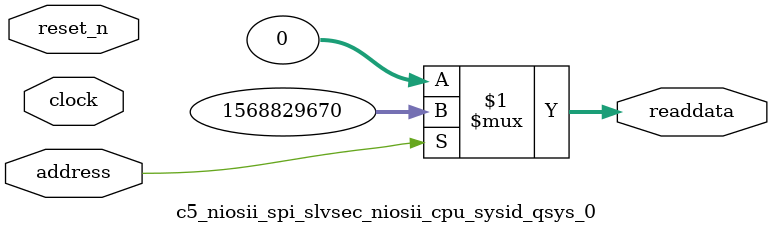
<source format=v>



// synthesis translate_off
`timescale 1ns / 1ps
// synthesis translate_on

// turn off superfluous verilog processor warnings 
// altera message_level Level1 
// altera message_off 10034 10035 10036 10037 10230 10240 10030 

module c5_niosii_spi_slvsec_niosii_cpu_sysid_qsys_0 (
               // inputs:
                address,
                clock,
                reset_n,

               // outputs:
                readdata
             )
;

  output  [ 31: 0] readdata;
  input            address;
  input            clock;
  input            reset_n;

  wire    [ 31: 0] readdata;
  //control_slave, which is an e_avalon_slave
  assign readdata = address ? 1568829670 : 0;

endmodule



</source>
